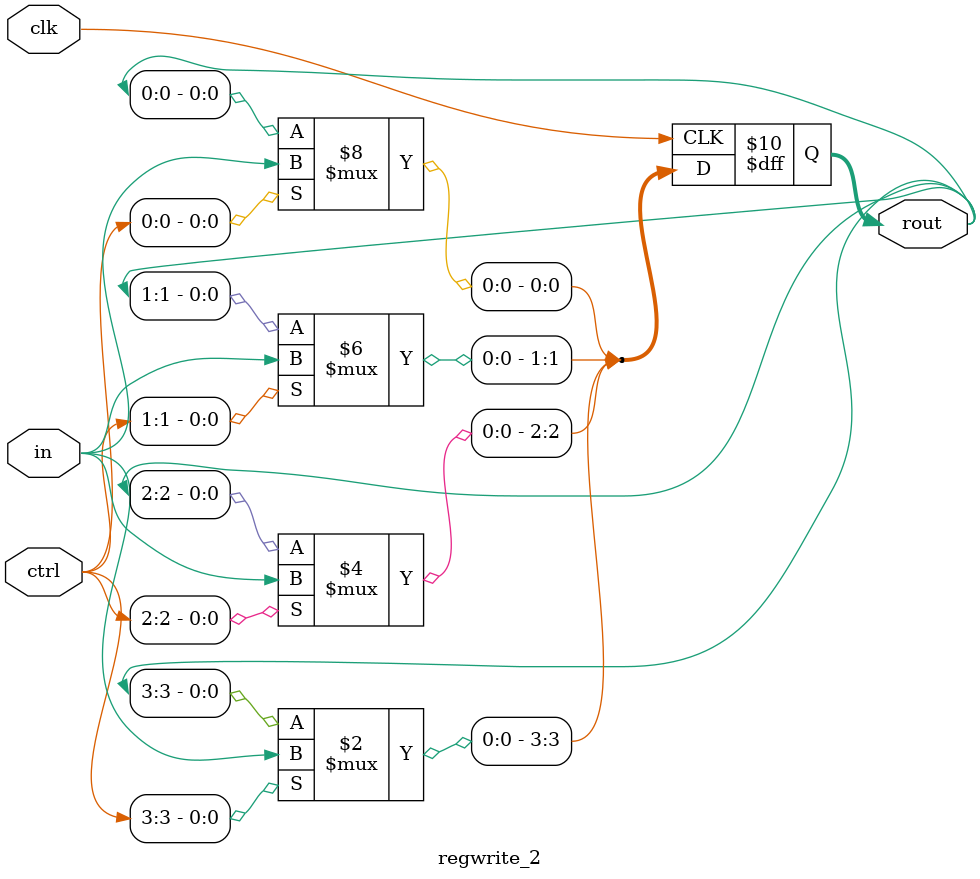
<source format=v>
module regwrite_2(
output	reg	[3:0]	rout,
input				clk, in,
input		[3:0]	ctrl
);

always @(posedge clk) begin
	if (ctrl[0])	rout[0] <= in;
	if (ctrl[1])	rout[1] <= in;
	if (ctrl[2])	rout[2] <= in;
	if (ctrl[3])	rout[3] <= in;
end

endmodule

</source>
